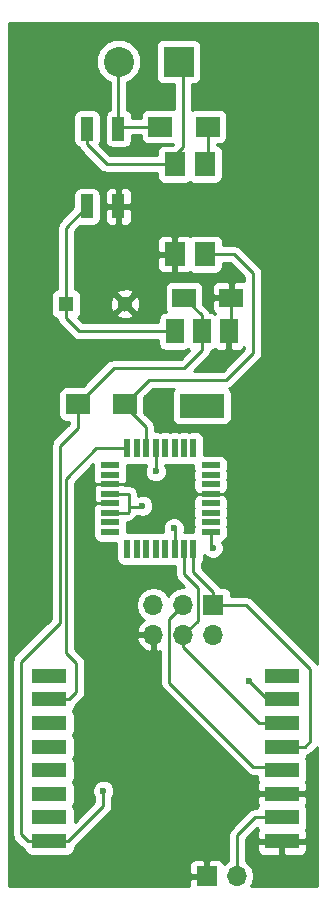
<source format=gtl>
G04 #@! TF.FileFunction,Copper,L1,Top,Signal*
%FSLAX46Y46*%
G04 Gerber Fmt 4.6, Leading zero omitted, Abs format (unit mm)*
G04 Created by KiCad (PCBNEW 4.0.5-e0-6337~49~ubuntu16.04.1) date Tue Feb  7 13:51:03 2017*
%MOMM*%
%LPD*%
G01*
G04 APERTURE LIST*
%ADD10C,0.100000*%
%ADD11R,1.300000X1.300000*%
%ADD12C,1.300000*%
%ADD13R,2.000000X1.600000*%
%ADD14R,1.600000X0.550000*%
%ADD15R,0.550000X1.600000*%
%ADD16R,2.540000X2.540000*%
%ADD17C,2.540000*%
%ADD18R,1.700000X1.700000*%
%ADD19O,1.700000X1.700000*%
%ADD20R,2.000000X1.700000*%
%ADD21R,1.780000X2.000000*%
%ADD22R,3.800000X2.000000*%
%ADD23R,1.500000X2.000000*%
%ADD24R,3.000000X1.200000*%
%ADD25R,1.000000X2.000000*%
%ADD26C,0.600000*%
%ADD27C,0.250000*%
%ADD28C,0.254000*%
G04 APERTURE END LIST*
D10*
D11*
X164850000Y-77375000D03*
D12*
X169850000Y-77375000D03*
D13*
X174850000Y-76875000D03*
X178850000Y-76875000D03*
D14*
X168600000Y-91075000D03*
X168600000Y-91875000D03*
X168600000Y-92675000D03*
X168600000Y-93475000D03*
X168600000Y-94275000D03*
X168600000Y-95075000D03*
X168600000Y-95875000D03*
X168600000Y-96675000D03*
D15*
X170050000Y-98125000D03*
X170850000Y-98125000D03*
X171650000Y-98125000D03*
X172450000Y-98125000D03*
X173250000Y-98125000D03*
X174050000Y-98125000D03*
X174850000Y-98125000D03*
X175650000Y-98125000D03*
D14*
X177100000Y-96675000D03*
X177100000Y-95875000D03*
X177100000Y-95075000D03*
X177100000Y-94275000D03*
X177100000Y-93475000D03*
X177100000Y-92675000D03*
X177100000Y-91875000D03*
X177100000Y-91075000D03*
D15*
X175650000Y-89625000D03*
X174850000Y-89625000D03*
X174050000Y-89625000D03*
X173250000Y-89625000D03*
X172450000Y-89625000D03*
X171650000Y-89625000D03*
X170850000Y-89625000D03*
X170050000Y-89625000D03*
D16*
X174390000Y-56875000D03*
D17*
X169310000Y-56875000D03*
D18*
X177350000Y-102875000D03*
D19*
X177350000Y-105415000D03*
X174810000Y-102875000D03*
X174810000Y-105415000D03*
X172270000Y-102875000D03*
X172270000Y-105415000D03*
D20*
X176850000Y-62375000D03*
X172850000Y-62375000D03*
X165850000Y-85875000D03*
X169850000Y-85875000D03*
D21*
X176620000Y-65565000D03*
X174080000Y-73185000D03*
X174080000Y-65565000D03*
X176620000Y-73185000D03*
D22*
X176350000Y-86025000D03*
D23*
X176350000Y-79725000D03*
X174050000Y-79725000D03*
X178650000Y-79725000D03*
D24*
X163450000Y-108875000D03*
X163450000Y-110875000D03*
X163450000Y-112875000D03*
X163450000Y-114875000D03*
X163450000Y-116875000D03*
X163450000Y-118875000D03*
X163450000Y-120875000D03*
X163450000Y-122875000D03*
X183150000Y-122875000D03*
X183150000Y-120875000D03*
X183150000Y-118875000D03*
X183150000Y-116875000D03*
X183150000Y-114875000D03*
X183150000Y-112875000D03*
X183150000Y-110875000D03*
X183150000Y-108875000D03*
D25*
X169306240Y-62544960D03*
X166636700Y-62544960D03*
X169306240Y-69146420D03*
X166636700Y-69146420D03*
D18*
X176784000Y-125857000D03*
D19*
X179324000Y-125857000D03*
D26*
X168021000Y-118618000D03*
X171323000Y-94488000D03*
X173990000Y-96393000D03*
X180340000Y-109347000D03*
X177292000Y-98044000D03*
X172466000Y-91567000D03*
D27*
X168600000Y-94275000D02*
X167345000Y-94275000D01*
X167294000Y-92675000D02*
X168600000Y-92675000D01*
X167259000Y-92710000D02*
X167294000Y-92675000D01*
X167259000Y-94189000D02*
X167259000Y-92710000D01*
X167345000Y-94275000D02*
X167259000Y-94189000D01*
X177100000Y-93475000D02*
X172723000Y-93475000D01*
X171923000Y-92675000D02*
X168600000Y-92675000D01*
X172723000Y-93475000D02*
X171923000Y-92675000D01*
X178850000Y-76875000D02*
X178850000Y-79525000D01*
X178850000Y-79525000D02*
X178650000Y-79725000D01*
X177100000Y-93475000D02*
X179250000Y-93475000D01*
X174080000Y-71645000D02*
X174080000Y-73185000D01*
X174850000Y-70875000D02*
X174080000Y-71645000D01*
X180350000Y-70875000D02*
X174850000Y-70875000D01*
X183350000Y-73875000D02*
X180350000Y-70875000D01*
X183350000Y-89375000D02*
X183350000Y-73875000D01*
X179250000Y-93475000D02*
X183350000Y-89375000D01*
X163450000Y-122875000D02*
X165034000Y-122875000D01*
X168021000Y-119888000D02*
X168021000Y-118618000D01*
X165034000Y-122875000D02*
X168021000Y-119888000D01*
X165850000Y-85875000D02*
X165850000Y-87896000D01*
X164338000Y-89408000D02*
X164338000Y-104394000D01*
X165850000Y-87896000D02*
X164338000Y-89408000D01*
X176350000Y-79725000D02*
X176350000Y-78375000D01*
X176350000Y-78375000D02*
X174850000Y-76875000D01*
X165850000Y-85875000D02*
X165850000Y-85864000D01*
X165850000Y-85864000D02*
X168910000Y-82804000D01*
X176350000Y-81333000D02*
X176350000Y-79725000D01*
X174879000Y-82804000D02*
X176350000Y-81333000D01*
X168910000Y-82804000D02*
X174879000Y-82804000D01*
X161610000Y-122875000D02*
X163450000Y-122875000D01*
X161036000Y-122301000D02*
X161610000Y-122875000D01*
X161036000Y-107696000D02*
X161036000Y-122301000D01*
X164338000Y-104394000D02*
X161036000Y-107696000D01*
X171196000Y-94615000D02*
X170180000Y-94615000D01*
X171323000Y-94488000D02*
X171196000Y-94615000D01*
X168600000Y-93475000D02*
X170183000Y-93475000D01*
X170183000Y-93475000D02*
X170180000Y-93478000D01*
X170180000Y-93478000D02*
X170180000Y-94615000D01*
X170101000Y-95075000D02*
X168600000Y-95075000D01*
X170180000Y-94615000D02*
X170180000Y-94996000D01*
X170180000Y-94996000D02*
X170101000Y-95075000D01*
X176850000Y-62375000D02*
X176850000Y-65335000D01*
X176850000Y-65335000D02*
X176620000Y-65565000D01*
X174050000Y-96453000D02*
X174050000Y-98125000D01*
X173990000Y-96393000D02*
X174050000Y-96453000D01*
X183150000Y-110875000D02*
X181868000Y-110875000D01*
X181868000Y-110875000D02*
X180340000Y-109347000D01*
X174117000Y-98192000D02*
X174050000Y-98125000D01*
X183150000Y-112875000D02*
X181201000Y-112875000D01*
X181201000Y-112875000D02*
X174810000Y-106484000D01*
X174850000Y-98125000D02*
X174850000Y-100301000D01*
X176022000Y-104203000D02*
X174810000Y-105415000D01*
X176022000Y-101473000D02*
X176022000Y-104203000D01*
X174850000Y-100301000D02*
X176022000Y-101473000D01*
X174810000Y-106484000D02*
X174810000Y-105415000D01*
X177350000Y-102875000D02*
X177350000Y-101785000D01*
X175650000Y-100085000D02*
X175650000Y-98125000D01*
X177350000Y-101785000D02*
X175650000Y-100085000D01*
X185547000Y-108839000D02*
X185547000Y-108331000D01*
X178689000Y-102870000D02*
X178689000Y-102875000D01*
X180086000Y-102870000D02*
X178689000Y-102870000D01*
X185547000Y-108331000D02*
X180086000Y-102870000D01*
X175650000Y-98125000D02*
X175650000Y-98815000D01*
X183150000Y-114875000D02*
X185099000Y-114875000D01*
X178689000Y-102875000D02*
X177350000Y-102875000D01*
X185547000Y-114427000D02*
X185547000Y-108839000D01*
X185099000Y-114875000D02*
X185547000Y-114427000D01*
X177482500Y-113347500D02*
X180721000Y-116586000D01*
X180721000Y-116586000D02*
X182861000Y-116586000D01*
X182861000Y-116586000D02*
X183150000Y-116875000D01*
X183150000Y-116875000D02*
X181772000Y-116875000D01*
X177482500Y-113347500D02*
X173609000Y-109474000D01*
X177100000Y-97852000D02*
X177100000Y-96675000D01*
X177292000Y-98044000D02*
X177100000Y-97852000D01*
X173609000Y-104076000D02*
X174810000Y-102875000D01*
X173609000Y-109474000D02*
X173609000Y-104076000D01*
X172450000Y-91551000D02*
X172450000Y-89625000D01*
X172466000Y-91567000D02*
X172450000Y-91551000D01*
X165735000Y-108712000D02*
X165735000Y-107823000D01*
X167423000Y-89625000D02*
X170050000Y-89625000D01*
X164846000Y-92202000D02*
X167423000Y-89625000D01*
X164846000Y-106934000D02*
X164846000Y-92202000D01*
X165735000Y-107823000D02*
X164846000Y-106934000D01*
X163450000Y-110875000D02*
X165096000Y-110875000D01*
X165735000Y-110236000D02*
X165735000Y-109855000D01*
X165096000Y-110875000D02*
X165735000Y-110236000D01*
X165735000Y-108712000D02*
X165735000Y-109855000D01*
X164850000Y-77375000D02*
X164850000Y-70933120D01*
X164850000Y-70933120D02*
X166636700Y-69146420D01*
X174050000Y-79725000D02*
X165958000Y-79725000D01*
X164850000Y-78617000D02*
X164850000Y-77375000D01*
X165958000Y-79725000D02*
X164850000Y-78617000D01*
X169306240Y-62544960D02*
X169306240Y-56878760D01*
X169306240Y-56878760D02*
X169310000Y-56875000D01*
X172850000Y-62375000D02*
X169476200Y-62375000D01*
X169476200Y-62375000D02*
X169306240Y-62544960D01*
X166636700Y-62544960D02*
X166636700Y-63893700D01*
X168308000Y-65565000D02*
X174080000Y-65565000D01*
X166636700Y-63893700D02*
X168308000Y-65565000D01*
X174080000Y-65565000D02*
X174080000Y-64807000D01*
X174080000Y-64807000D02*
X174752000Y-64135000D01*
X174752000Y-64135000D02*
X174752000Y-57237000D01*
X174752000Y-57237000D02*
X174390000Y-56875000D01*
X169850000Y-85875000D02*
X169850000Y-86030000D01*
X169850000Y-86030000D02*
X171650000Y-87830000D01*
X171650000Y-87830000D02*
X171650000Y-89625000D01*
X176620000Y-73185000D02*
X179103000Y-73185000D01*
X171905000Y-83820000D02*
X169850000Y-85875000D01*
X178435000Y-83820000D02*
X171905000Y-83820000D01*
X180721000Y-81534000D02*
X178435000Y-83820000D01*
X180721000Y-74803000D02*
X180721000Y-81534000D01*
X179103000Y-73185000D02*
X180721000Y-74803000D01*
X179350000Y-125875000D02*
X179350000Y-122375000D01*
X179350000Y-122375000D02*
X180850000Y-120875000D01*
X180850000Y-120875000D02*
X183150000Y-120875000D01*
D28*
G36*
X186140000Y-107876809D02*
X186084401Y-107793599D01*
X180623401Y-102332599D01*
X180376839Y-102167852D01*
X180086000Y-102110000D01*
X178847440Y-102110000D01*
X178847440Y-102025000D01*
X178803162Y-101789683D01*
X178664090Y-101573559D01*
X178451890Y-101428569D01*
X178200000Y-101377560D01*
X177974238Y-101377560D01*
X177887401Y-101247599D01*
X176410000Y-99770198D01*
X176410000Y-99339975D01*
X176521431Y-99176890D01*
X176572440Y-98925000D01*
X176572440Y-98646628D01*
X176761673Y-98836192D01*
X177105201Y-98978838D01*
X177477167Y-98979162D01*
X177820943Y-98837117D01*
X178084192Y-98574327D01*
X178226838Y-98230799D01*
X178227162Y-97858833D01*
X178103347Y-97559178D01*
X178135317Y-97553162D01*
X178351441Y-97414090D01*
X178496431Y-97201890D01*
X178547440Y-96950000D01*
X178547440Y-96400000D01*
X178523056Y-96270411D01*
X178547440Y-96150000D01*
X178547440Y-95600000D01*
X178523056Y-95470411D01*
X178547440Y-95350000D01*
X178547440Y-94800000D01*
X178523056Y-94670411D01*
X178547440Y-94550000D01*
X178547440Y-94000000D01*
X178527550Y-93894295D01*
X178535000Y-93876310D01*
X178535000Y-93760750D01*
X178438599Y-93664349D01*
X178364090Y-93548559D01*
X178256603Y-93475116D01*
X178351441Y-93414090D01*
X178440495Y-93283755D01*
X178535000Y-93189250D01*
X178535000Y-93073690D01*
X178526532Y-93053247D01*
X178547440Y-92950000D01*
X178547440Y-92400000D01*
X178523056Y-92270411D01*
X178547440Y-92150000D01*
X178547440Y-91600000D01*
X178523056Y-91470411D01*
X178547440Y-91350000D01*
X178547440Y-90800000D01*
X178503162Y-90564683D01*
X178364090Y-90348559D01*
X178151890Y-90203569D01*
X177900000Y-90152560D01*
X176572440Y-90152560D01*
X176572440Y-88825000D01*
X176528162Y-88589683D01*
X176389090Y-88373559D01*
X176176890Y-88228569D01*
X175925000Y-88177560D01*
X175375000Y-88177560D01*
X175245411Y-88201944D01*
X175125000Y-88177560D01*
X174575000Y-88177560D01*
X174445411Y-88201944D01*
X174325000Y-88177560D01*
X173775000Y-88177560D01*
X173645411Y-88201944D01*
X173525000Y-88177560D01*
X172975000Y-88177560D01*
X172845411Y-88201944D01*
X172725000Y-88177560D01*
X172410000Y-88177560D01*
X172410000Y-87830000D01*
X172352148Y-87539161D01*
X172352148Y-87539160D01*
X172187401Y-87292599D01*
X171497440Y-86602638D01*
X171497440Y-85302362D01*
X172219802Y-84580000D01*
X173985515Y-84580000D01*
X173853569Y-84773110D01*
X173802560Y-85025000D01*
X173802560Y-87025000D01*
X173846838Y-87260317D01*
X173985910Y-87476441D01*
X174198110Y-87621431D01*
X174450000Y-87672440D01*
X178250000Y-87672440D01*
X178485317Y-87628162D01*
X178701441Y-87489090D01*
X178846431Y-87276890D01*
X178897440Y-87025000D01*
X178897440Y-85025000D01*
X178853162Y-84789683D01*
X178714090Y-84573559D01*
X178658462Y-84535550D01*
X178725839Y-84522148D01*
X178972401Y-84357401D01*
X181258401Y-82071401D01*
X181423148Y-81824840D01*
X181481000Y-81534000D01*
X181481000Y-74803000D01*
X181423148Y-74512161D01*
X181258401Y-74265599D01*
X179640401Y-72647599D01*
X179393839Y-72482852D01*
X179103000Y-72425000D01*
X178157440Y-72425000D01*
X178157440Y-72185000D01*
X178113162Y-71949683D01*
X177974090Y-71733559D01*
X177761890Y-71588569D01*
X177510000Y-71537560D01*
X175730000Y-71537560D01*
X175494683Y-71581838D01*
X175354846Y-71671820D01*
X175329699Y-71646673D01*
X175096310Y-71550000D01*
X174365750Y-71550000D01*
X174207000Y-71708750D01*
X174207000Y-73058000D01*
X174227000Y-73058000D01*
X174227000Y-73312000D01*
X174207000Y-73312000D01*
X174207000Y-74661250D01*
X174365750Y-74820000D01*
X175096310Y-74820000D01*
X175329699Y-74723327D01*
X175355423Y-74697603D01*
X175478110Y-74781431D01*
X175730000Y-74832440D01*
X177510000Y-74832440D01*
X177745317Y-74788162D01*
X177961441Y-74649090D01*
X178106431Y-74436890D01*
X178157440Y-74185000D01*
X178157440Y-73945000D01*
X178788198Y-73945000D01*
X179961000Y-75117802D01*
X179961000Y-75440000D01*
X179135750Y-75440000D01*
X178977000Y-75598750D01*
X178977000Y-76748000D01*
X178997000Y-76748000D01*
X178997000Y-77002000D01*
X178977000Y-77002000D01*
X178977000Y-77022000D01*
X178723000Y-77022000D01*
X178723000Y-77002000D01*
X177373750Y-77002000D01*
X177215000Y-77160750D01*
X177215000Y-77801310D01*
X177311673Y-78034699D01*
X177490302Y-78213327D01*
X177506810Y-78220165D01*
X177498340Y-78228634D01*
X177351890Y-78128569D01*
X177100000Y-78077560D01*
X177047738Y-78077560D01*
X176887401Y-77837599D01*
X176497440Y-77447638D01*
X176497440Y-76075000D01*
X176473674Y-75948690D01*
X177215000Y-75948690D01*
X177215000Y-76589250D01*
X177373750Y-76748000D01*
X178723000Y-76748000D01*
X178723000Y-75598750D01*
X178564250Y-75440000D01*
X177723691Y-75440000D01*
X177490302Y-75536673D01*
X177311673Y-75715301D01*
X177215000Y-75948690D01*
X176473674Y-75948690D01*
X176453162Y-75839683D01*
X176314090Y-75623559D01*
X176101890Y-75478569D01*
X175850000Y-75427560D01*
X173850000Y-75427560D01*
X173614683Y-75471838D01*
X173398559Y-75610910D01*
X173253569Y-75823110D01*
X173202560Y-76075000D01*
X173202560Y-77675000D01*
X173246838Y-77910317D01*
X173354456Y-78077560D01*
X173300000Y-78077560D01*
X173064683Y-78121838D01*
X172848559Y-78260910D01*
X172703569Y-78473110D01*
X172652560Y-78725000D01*
X172652560Y-78965000D01*
X166272802Y-78965000D01*
X165857403Y-78549601D01*
X165951441Y-78489090D01*
X166096431Y-78276890D01*
X166097012Y-78274016D01*
X169130590Y-78274016D01*
X169186271Y-78504611D01*
X169669078Y-78672622D01*
X170179428Y-78643083D01*
X170513729Y-78504611D01*
X170569410Y-78274016D01*
X169850000Y-77554605D01*
X169130590Y-78274016D01*
X166097012Y-78274016D01*
X166147440Y-78025000D01*
X166147440Y-77194078D01*
X168552378Y-77194078D01*
X168581917Y-77704428D01*
X168720389Y-78038729D01*
X168950984Y-78094410D01*
X169670395Y-77375000D01*
X170029605Y-77375000D01*
X170749016Y-78094410D01*
X170979611Y-78038729D01*
X171147622Y-77555922D01*
X171118083Y-77045572D01*
X170979611Y-76711271D01*
X170749016Y-76655590D01*
X170029605Y-77375000D01*
X169670395Y-77375000D01*
X168950984Y-76655590D01*
X168720389Y-76711271D01*
X168552378Y-77194078D01*
X166147440Y-77194078D01*
X166147440Y-76725000D01*
X166103162Y-76489683D01*
X166094347Y-76475984D01*
X169130590Y-76475984D01*
X169850000Y-77195395D01*
X170569410Y-76475984D01*
X170513729Y-76245389D01*
X170030922Y-76077378D01*
X169520572Y-76106917D01*
X169186271Y-76245389D01*
X169130590Y-76475984D01*
X166094347Y-76475984D01*
X165964090Y-76273559D01*
X165751890Y-76128569D01*
X165610000Y-76099836D01*
X165610000Y-73470750D01*
X172555000Y-73470750D01*
X172555000Y-74311309D01*
X172651673Y-74544698D01*
X172830301Y-74723327D01*
X173063690Y-74820000D01*
X173794250Y-74820000D01*
X173953000Y-74661250D01*
X173953000Y-73312000D01*
X172713750Y-73312000D01*
X172555000Y-73470750D01*
X165610000Y-73470750D01*
X165610000Y-72058691D01*
X172555000Y-72058691D01*
X172555000Y-72899250D01*
X172713750Y-73058000D01*
X173953000Y-73058000D01*
X173953000Y-71708750D01*
X173794250Y-71550000D01*
X173063690Y-71550000D01*
X172830301Y-71646673D01*
X172651673Y-71825302D01*
X172555000Y-72058691D01*
X165610000Y-72058691D01*
X165610000Y-71247922D01*
X166076294Y-70781628D01*
X166136700Y-70793860D01*
X167136700Y-70793860D01*
X167372017Y-70749582D01*
X167588141Y-70610510D01*
X167733131Y-70398310D01*
X167784140Y-70146420D01*
X167784140Y-69432170D01*
X168171240Y-69432170D01*
X168171240Y-70272730D01*
X168267913Y-70506119D01*
X168446542Y-70684747D01*
X168679931Y-70781420D01*
X169020490Y-70781420D01*
X169179240Y-70622670D01*
X169179240Y-69273420D01*
X169433240Y-69273420D01*
X169433240Y-70622670D01*
X169591990Y-70781420D01*
X169932549Y-70781420D01*
X170165938Y-70684747D01*
X170344567Y-70506119D01*
X170441240Y-70272730D01*
X170441240Y-69432170D01*
X170282490Y-69273420D01*
X169433240Y-69273420D01*
X169179240Y-69273420D01*
X168329990Y-69273420D01*
X168171240Y-69432170D01*
X167784140Y-69432170D01*
X167784140Y-68146420D01*
X167760374Y-68020110D01*
X168171240Y-68020110D01*
X168171240Y-68860670D01*
X168329990Y-69019420D01*
X169179240Y-69019420D01*
X169179240Y-67670170D01*
X169433240Y-67670170D01*
X169433240Y-69019420D01*
X170282490Y-69019420D01*
X170441240Y-68860670D01*
X170441240Y-68020110D01*
X170344567Y-67786721D01*
X170165938Y-67608093D01*
X169932549Y-67511420D01*
X169591990Y-67511420D01*
X169433240Y-67670170D01*
X169179240Y-67670170D01*
X169020490Y-67511420D01*
X168679931Y-67511420D01*
X168446542Y-67608093D01*
X168267913Y-67786721D01*
X168171240Y-68020110D01*
X167760374Y-68020110D01*
X167739862Y-67911103D01*
X167600790Y-67694979D01*
X167388590Y-67549989D01*
X167136700Y-67498980D01*
X166136700Y-67498980D01*
X165901383Y-67543258D01*
X165685259Y-67682330D01*
X165540269Y-67894530D01*
X165489260Y-68146420D01*
X165489260Y-69219058D01*
X164312599Y-70395719D01*
X164147852Y-70642281D01*
X164090000Y-70933120D01*
X164090000Y-76098258D01*
X163964683Y-76121838D01*
X163748559Y-76260910D01*
X163603569Y-76473110D01*
X163552560Y-76725000D01*
X163552560Y-78025000D01*
X163596838Y-78260317D01*
X163735910Y-78476441D01*
X163948110Y-78621431D01*
X164096874Y-78651556D01*
X164147852Y-78907839D01*
X164312599Y-79154401D01*
X165420599Y-80262401D01*
X165667161Y-80427148D01*
X165958000Y-80485000D01*
X172652560Y-80485000D01*
X172652560Y-80725000D01*
X172696838Y-80960317D01*
X172835910Y-81176441D01*
X173048110Y-81321431D01*
X173300000Y-81372440D01*
X174800000Y-81372440D01*
X175035317Y-81328162D01*
X175201477Y-81221241D01*
X175311667Y-81296531D01*
X174564198Y-82044000D01*
X168910000Y-82044000D01*
X168619161Y-82101852D01*
X168372599Y-82266598D01*
X166261638Y-84377560D01*
X164850000Y-84377560D01*
X164614683Y-84421838D01*
X164398559Y-84560910D01*
X164253569Y-84773110D01*
X164202560Y-85025000D01*
X164202560Y-86725000D01*
X164246838Y-86960317D01*
X164385910Y-87176441D01*
X164598110Y-87321431D01*
X164850000Y-87372440D01*
X165090000Y-87372440D01*
X165090000Y-87581198D01*
X163800599Y-88870599D01*
X163635852Y-89117161D01*
X163578000Y-89408000D01*
X163578000Y-104079198D01*
X160498599Y-107158599D01*
X160333852Y-107405161D01*
X160276000Y-107696000D01*
X160276000Y-122301000D01*
X160333852Y-122591839D01*
X160498599Y-122838401D01*
X161072599Y-123412401D01*
X161319161Y-123577148D01*
X161321882Y-123577689D01*
X161346838Y-123710317D01*
X161485910Y-123926441D01*
X161698110Y-124071431D01*
X161950000Y-124122440D01*
X164950000Y-124122440D01*
X165185317Y-124078162D01*
X165401441Y-123939090D01*
X165546431Y-123726890D01*
X165597440Y-123475000D01*
X165597440Y-123386362D01*
X168558401Y-120425401D01*
X168723148Y-120178839D01*
X168781000Y-119888000D01*
X168781000Y-119180463D01*
X168813192Y-119148327D01*
X168955838Y-118804799D01*
X168956162Y-118432833D01*
X168814117Y-118089057D01*
X168551327Y-117825808D01*
X168207799Y-117683162D01*
X167835833Y-117682838D01*
X167492057Y-117824883D01*
X167228808Y-118087673D01*
X167086162Y-118431201D01*
X167085838Y-118803167D01*
X167227883Y-119146943D01*
X167261000Y-119180118D01*
X167261000Y-119573198D01*
X165597440Y-121236758D01*
X165597440Y-120275000D01*
X165553162Y-120039683D01*
X165446241Y-119873523D01*
X165546431Y-119726890D01*
X165597440Y-119475000D01*
X165597440Y-118275000D01*
X165553162Y-118039683D01*
X165446241Y-117873523D01*
X165546431Y-117726890D01*
X165597440Y-117475000D01*
X165597440Y-116275000D01*
X165553162Y-116039683D01*
X165446241Y-115873523D01*
X165546431Y-115726890D01*
X165597440Y-115475000D01*
X165597440Y-114275000D01*
X165553162Y-114039683D01*
X165446241Y-113873523D01*
X165546431Y-113726890D01*
X165597440Y-113475000D01*
X165597440Y-112275000D01*
X165553162Y-112039683D01*
X165446241Y-111873523D01*
X165546431Y-111726890D01*
X165597440Y-111475000D01*
X165597440Y-111436429D01*
X165633401Y-111412401D01*
X166272401Y-110773401D01*
X166437148Y-110526840D01*
X166446746Y-110478586D01*
X166495000Y-110236000D01*
X166495000Y-107823000D01*
X166437148Y-107532161D01*
X166272401Y-107285599D01*
X165606000Y-106619198D01*
X165606000Y-105771892D01*
X170828514Y-105771892D01*
X171074817Y-106296358D01*
X171503076Y-106686645D01*
X171913110Y-106856476D01*
X172143000Y-106735155D01*
X172143000Y-105542000D01*
X170949181Y-105542000D01*
X170828514Y-105771892D01*
X165606000Y-105771892D01*
X165606000Y-92516802D01*
X167152560Y-90970242D01*
X167152560Y-91350000D01*
X167176944Y-91479589D01*
X167152560Y-91600000D01*
X167152560Y-92150000D01*
X167172450Y-92255705D01*
X167165000Y-92273690D01*
X167165000Y-92389250D01*
X167261401Y-92485651D01*
X167335910Y-92601441D01*
X167443397Y-92674884D01*
X167348559Y-92735910D01*
X167259505Y-92866245D01*
X167165000Y-92960750D01*
X167165000Y-93076310D01*
X167173468Y-93096753D01*
X167152560Y-93200000D01*
X167152560Y-93750000D01*
X167172450Y-93855705D01*
X167165000Y-93873690D01*
X167165000Y-93989250D01*
X167261401Y-94085651D01*
X167335910Y-94201441D01*
X167443397Y-94274884D01*
X167348559Y-94335910D01*
X167259505Y-94466245D01*
X167165000Y-94560750D01*
X167165000Y-94676310D01*
X167173468Y-94696753D01*
X167152560Y-94800000D01*
X167152560Y-95350000D01*
X167176944Y-95479589D01*
X167152560Y-95600000D01*
X167152560Y-96150000D01*
X167176944Y-96279589D01*
X167152560Y-96400000D01*
X167152560Y-96950000D01*
X167196838Y-97185317D01*
X167335910Y-97401441D01*
X167548110Y-97546431D01*
X167800000Y-97597440D01*
X169127560Y-97597440D01*
X169127560Y-98925000D01*
X169171838Y-99160317D01*
X169310910Y-99376441D01*
X169523110Y-99521431D01*
X169775000Y-99572440D01*
X170325000Y-99572440D01*
X170454589Y-99548056D01*
X170575000Y-99572440D01*
X171125000Y-99572440D01*
X171254589Y-99548056D01*
X171375000Y-99572440D01*
X171925000Y-99572440D01*
X172054589Y-99548056D01*
X172175000Y-99572440D01*
X172725000Y-99572440D01*
X172854589Y-99548056D01*
X172975000Y-99572440D01*
X173525000Y-99572440D01*
X173654589Y-99548056D01*
X173775000Y-99572440D01*
X174090000Y-99572440D01*
X174090000Y-100301000D01*
X174147852Y-100591839D01*
X174312599Y-100838401D01*
X174841339Y-101367141D01*
X174810000Y-101360907D01*
X174241715Y-101473946D01*
X173759946Y-101795853D01*
X173540000Y-102125026D01*
X173320054Y-101795853D01*
X172838285Y-101473946D01*
X172270000Y-101360907D01*
X171701715Y-101473946D01*
X171219946Y-101795853D01*
X170898039Y-102277622D01*
X170785000Y-102845907D01*
X170785000Y-102904093D01*
X170898039Y-103472378D01*
X171219946Y-103954147D01*
X171503101Y-104143345D01*
X171503076Y-104143355D01*
X171074817Y-104533642D01*
X170828514Y-105058108D01*
X170949181Y-105288000D01*
X172143000Y-105288000D01*
X172143000Y-105268000D01*
X172397000Y-105268000D01*
X172397000Y-105288000D01*
X172417000Y-105288000D01*
X172417000Y-105542000D01*
X172397000Y-105542000D01*
X172397000Y-106735155D01*
X172626890Y-106856476D01*
X172849000Y-106764481D01*
X172849000Y-109474000D01*
X172906852Y-109764839D01*
X173071599Y-110011401D01*
X180183599Y-117123401D01*
X180430161Y-117288148D01*
X180721000Y-117346000D01*
X181002560Y-117346000D01*
X181002560Y-117475000D01*
X181046838Y-117710317D01*
X181152482Y-117874492D01*
X181111673Y-117915301D01*
X181015000Y-118148690D01*
X181015000Y-118589250D01*
X181173750Y-118748000D01*
X183023000Y-118748000D01*
X183023000Y-118728000D01*
X183277000Y-118728000D01*
X183277000Y-118748000D01*
X185126250Y-118748000D01*
X185285000Y-118589250D01*
X185285000Y-118148690D01*
X185188327Y-117915301D01*
X185146366Y-117873340D01*
X185246431Y-117726890D01*
X185297440Y-117475000D01*
X185297440Y-116275000D01*
X185253162Y-116039683D01*
X185146241Y-115873523D01*
X185246431Y-115726890D01*
X185272008Y-115600586D01*
X185389839Y-115577148D01*
X185636401Y-115412401D01*
X186084401Y-114964401D01*
X186140000Y-114881191D01*
X186140000Y-126665000D01*
X180555228Y-126665000D01*
X180695961Y-126454378D01*
X180809000Y-125886093D01*
X180809000Y-125827907D01*
X180695961Y-125259622D01*
X180374054Y-124777853D01*
X180110000Y-124601418D01*
X180110000Y-123160750D01*
X181015000Y-123160750D01*
X181015000Y-123601310D01*
X181111673Y-123834699D01*
X181290302Y-124013327D01*
X181523691Y-124110000D01*
X182864250Y-124110000D01*
X183023000Y-123951250D01*
X183023000Y-123002000D01*
X183277000Y-123002000D01*
X183277000Y-123951250D01*
X183435750Y-124110000D01*
X184776309Y-124110000D01*
X185009698Y-124013327D01*
X185188327Y-123834699D01*
X185285000Y-123601310D01*
X185285000Y-123160750D01*
X185126250Y-123002000D01*
X183277000Y-123002000D01*
X183023000Y-123002000D01*
X181173750Y-123002000D01*
X181015000Y-123160750D01*
X180110000Y-123160750D01*
X180110000Y-122689802D01*
X181063536Y-121736266D01*
X181152482Y-121874492D01*
X181111673Y-121915301D01*
X181015000Y-122148690D01*
X181015000Y-122589250D01*
X181173750Y-122748000D01*
X183023000Y-122748000D01*
X183023000Y-122728000D01*
X183277000Y-122728000D01*
X183277000Y-122748000D01*
X185126250Y-122748000D01*
X185285000Y-122589250D01*
X185285000Y-122148690D01*
X185188327Y-121915301D01*
X185146366Y-121873340D01*
X185246431Y-121726890D01*
X185297440Y-121475000D01*
X185297440Y-120275000D01*
X185253162Y-120039683D01*
X185147518Y-119875508D01*
X185188327Y-119834699D01*
X185285000Y-119601310D01*
X185285000Y-119160750D01*
X185126250Y-119002000D01*
X183277000Y-119002000D01*
X183277000Y-119022000D01*
X183023000Y-119022000D01*
X183023000Y-119002000D01*
X181173750Y-119002000D01*
X181015000Y-119160750D01*
X181015000Y-119601310D01*
X181111673Y-119834699D01*
X181153634Y-119876660D01*
X181053569Y-120023110D01*
X181034961Y-120115000D01*
X180850000Y-120115000D01*
X180559160Y-120172852D01*
X180312599Y-120337599D01*
X178812599Y-121837599D01*
X178647852Y-122084161D01*
X178590000Y-122375000D01*
X178590000Y-124566673D01*
X178273946Y-124777853D01*
X178244597Y-124821777D01*
X178172327Y-124647302D01*
X177993699Y-124468673D01*
X177760310Y-124372000D01*
X177069750Y-124372000D01*
X176911000Y-124530750D01*
X176911000Y-125730000D01*
X176931000Y-125730000D01*
X176931000Y-125984000D01*
X176911000Y-125984000D01*
X176911000Y-126004000D01*
X176657000Y-126004000D01*
X176657000Y-125984000D01*
X175457750Y-125984000D01*
X175299000Y-126142750D01*
X175299000Y-126665000D01*
X160060000Y-126665000D01*
X160060000Y-124880691D01*
X175299000Y-124880691D01*
X175299000Y-125571250D01*
X175457750Y-125730000D01*
X176657000Y-125730000D01*
X176657000Y-124530750D01*
X176498250Y-124372000D01*
X175807690Y-124372000D01*
X175574301Y-124468673D01*
X175395673Y-124647302D01*
X175299000Y-124880691D01*
X160060000Y-124880691D01*
X160060000Y-61544960D01*
X165489260Y-61544960D01*
X165489260Y-63544960D01*
X165533538Y-63780277D01*
X165672610Y-63996401D01*
X165884810Y-64141391D01*
X165927697Y-64150076D01*
X165934552Y-64184539D01*
X166099299Y-64431101D01*
X167770599Y-66102401D01*
X168017161Y-66267148D01*
X168308000Y-66325000D01*
X172542560Y-66325000D01*
X172542560Y-66565000D01*
X172586838Y-66800317D01*
X172725910Y-67016441D01*
X172938110Y-67161431D01*
X173190000Y-67212440D01*
X174970000Y-67212440D01*
X175205317Y-67168162D01*
X175350877Y-67074497D01*
X175478110Y-67161431D01*
X175730000Y-67212440D01*
X177510000Y-67212440D01*
X177745317Y-67168162D01*
X177961441Y-67029090D01*
X178106431Y-66816890D01*
X178157440Y-66565000D01*
X178157440Y-64565000D01*
X178113162Y-64329683D01*
X177974090Y-64113559D01*
X177761890Y-63968569D01*
X177610000Y-63937811D01*
X177610000Y-63872440D01*
X177850000Y-63872440D01*
X178085317Y-63828162D01*
X178301441Y-63689090D01*
X178446431Y-63476890D01*
X178497440Y-63225000D01*
X178497440Y-61525000D01*
X178453162Y-61289683D01*
X178314090Y-61073559D01*
X178101890Y-60928569D01*
X177850000Y-60877560D01*
X175850000Y-60877560D01*
X175614683Y-60921838D01*
X175512000Y-60987913D01*
X175512000Y-58792440D01*
X175660000Y-58792440D01*
X175895317Y-58748162D01*
X176111441Y-58609090D01*
X176256431Y-58396890D01*
X176307440Y-58145000D01*
X176307440Y-55605000D01*
X176263162Y-55369683D01*
X176124090Y-55153559D01*
X175911890Y-55008569D01*
X175660000Y-54957560D01*
X173120000Y-54957560D01*
X172884683Y-55001838D01*
X172668559Y-55140910D01*
X172523569Y-55353110D01*
X172472560Y-55605000D01*
X172472560Y-58145000D01*
X172516838Y-58380317D01*
X172655910Y-58596441D01*
X172868110Y-58741431D01*
X173120000Y-58792440D01*
X173992000Y-58792440D01*
X173992000Y-60906316D01*
X173850000Y-60877560D01*
X171850000Y-60877560D01*
X171614683Y-60921838D01*
X171398559Y-61060910D01*
X171253569Y-61273110D01*
X171202560Y-61525000D01*
X171202560Y-61615000D01*
X170453680Y-61615000D01*
X170453680Y-61544960D01*
X170409402Y-61309643D01*
X170270330Y-61093519D01*
X170066240Y-60954070D01*
X170066240Y-58623741D01*
X170387686Y-58490922D01*
X170924039Y-57955505D01*
X171214668Y-57255590D01*
X171215330Y-56497735D01*
X170925922Y-55797314D01*
X170390505Y-55260961D01*
X169690590Y-54970332D01*
X168932735Y-54969670D01*
X168232314Y-55259078D01*
X167695961Y-55794495D01*
X167405332Y-56494410D01*
X167404670Y-57252265D01*
X167694078Y-57952686D01*
X168229495Y-58489039D01*
X168546240Y-58620563D01*
X168546240Y-60957681D01*
X168354799Y-61080870D01*
X168209809Y-61293070D01*
X168158800Y-61544960D01*
X168158800Y-63544960D01*
X168203078Y-63780277D01*
X168342150Y-63996401D01*
X168554350Y-64141391D01*
X168806240Y-64192400D01*
X169806240Y-64192400D01*
X170041557Y-64148122D01*
X170257681Y-64009050D01*
X170402671Y-63796850D01*
X170453680Y-63544960D01*
X170453680Y-63135000D01*
X171202560Y-63135000D01*
X171202560Y-63225000D01*
X171246838Y-63460317D01*
X171385910Y-63676441D01*
X171598110Y-63821431D01*
X171850000Y-63872440D01*
X173850000Y-63872440D01*
X173960562Y-63851636D01*
X173894638Y-63917560D01*
X173190000Y-63917560D01*
X172954683Y-63961838D01*
X172738559Y-64100910D01*
X172593569Y-64313110D01*
X172542560Y-64565000D01*
X172542560Y-64805000D01*
X168622802Y-64805000D01*
X167685038Y-63867236D01*
X167733131Y-63796850D01*
X167784140Y-63544960D01*
X167784140Y-61544960D01*
X167739862Y-61309643D01*
X167600790Y-61093519D01*
X167388590Y-60948529D01*
X167136700Y-60897520D01*
X166136700Y-60897520D01*
X165901383Y-60941798D01*
X165685259Y-61080870D01*
X165540269Y-61293070D01*
X165489260Y-61544960D01*
X160060000Y-61544960D01*
X160060000Y-53585000D01*
X186140000Y-53585000D01*
X186140000Y-107876809D01*
X186140000Y-107876809D01*
G37*
X186140000Y-107876809D02*
X186084401Y-107793599D01*
X180623401Y-102332599D01*
X180376839Y-102167852D01*
X180086000Y-102110000D01*
X178847440Y-102110000D01*
X178847440Y-102025000D01*
X178803162Y-101789683D01*
X178664090Y-101573559D01*
X178451890Y-101428569D01*
X178200000Y-101377560D01*
X177974238Y-101377560D01*
X177887401Y-101247599D01*
X176410000Y-99770198D01*
X176410000Y-99339975D01*
X176521431Y-99176890D01*
X176572440Y-98925000D01*
X176572440Y-98646628D01*
X176761673Y-98836192D01*
X177105201Y-98978838D01*
X177477167Y-98979162D01*
X177820943Y-98837117D01*
X178084192Y-98574327D01*
X178226838Y-98230799D01*
X178227162Y-97858833D01*
X178103347Y-97559178D01*
X178135317Y-97553162D01*
X178351441Y-97414090D01*
X178496431Y-97201890D01*
X178547440Y-96950000D01*
X178547440Y-96400000D01*
X178523056Y-96270411D01*
X178547440Y-96150000D01*
X178547440Y-95600000D01*
X178523056Y-95470411D01*
X178547440Y-95350000D01*
X178547440Y-94800000D01*
X178523056Y-94670411D01*
X178547440Y-94550000D01*
X178547440Y-94000000D01*
X178527550Y-93894295D01*
X178535000Y-93876310D01*
X178535000Y-93760750D01*
X178438599Y-93664349D01*
X178364090Y-93548559D01*
X178256603Y-93475116D01*
X178351441Y-93414090D01*
X178440495Y-93283755D01*
X178535000Y-93189250D01*
X178535000Y-93073690D01*
X178526532Y-93053247D01*
X178547440Y-92950000D01*
X178547440Y-92400000D01*
X178523056Y-92270411D01*
X178547440Y-92150000D01*
X178547440Y-91600000D01*
X178523056Y-91470411D01*
X178547440Y-91350000D01*
X178547440Y-90800000D01*
X178503162Y-90564683D01*
X178364090Y-90348559D01*
X178151890Y-90203569D01*
X177900000Y-90152560D01*
X176572440Y-90152560D01*
X176572440Y-88825000D01*
X176528162Y-88589683D01*
X176389090Y-88373559D01*
X176176890Y-88228569D01*
X175925000Y-88177560D01*
X175375000Y-88177560D01*
X175245411Y-88201944D01*
X175125000Y-88177560D01*
X174575000Y-88177560D01*
X174445411Y-88201944D01*
X174325000Y-88177560D01*
X173775000Y-88177560D01*
X173645411Y-88201944D01*
X173525000Y-88177560D01*
X172975000Y-88177560D01*
X172845411Y-88201944D01*
X172725000Y-88177560D01*
X172410000Y-88177560D01*
X172410000Y-87830000D01*
X172352148Y-87539161D01*
X172352148Y-87539160D01*
X172187401Y-87292599D01*
X171497440Y-86602638D01*
X171497440Y-85302362D01*
X172219802Y-84580000D01*
X173985515Y-84580000D01*
X173853569Y-84773110D01*
X173802560Y-85025000D01*
X173802560Y-87025000D01*
X173846838Y-87260317D01*
X173985910Y-87476441D01*
X174198110Y-87621431D01*
X174450000Y-87672440D01*
X178250000Y-87672440D01*
X178485317Y-87628162D01*
X178701441Y-87489090D01*
X178846431Y-87276890D01*
X178897440Y-87025000D01*
X178897440Y-85025000D01*
X178853162Y-84789683D01*
X178714090Y-84573559D01*
X178658462Y-84535550D01*
X178725839Y-84522148D01*
X178972401Y-84357401D01*
X181258401Y-82071401D01*
X181423148Y-81824840D01*
X181481000Y-81534000D01*
X181481000Y-74803000D01*
X181423148Y-74512161D01*
X181258401Y-74265599D01*
X179640401Y-72647599D01*
X179393839Y-72482852D01*
X179103000Y-72425000D01*
X178157440Y-72425000D01*
X178157440Y-72185000D01*
X178113162Y-71949683D01*
X177974090Y-71733559D01*
X177761890Y-71588569D01*
X177510000Y-71537560D01*
X175730000Y-71537560D01*
X175494683Y-71581838D01*
X175354846Y-71671820D01*
X175329699Y-71646673D01*
X175096310Y-71550000D01*
X174365750Y-71550000D01*
X174207000Y-71708750D01*
X174207000Y-73058000D01*
X174227000Y-73058000D01*
X174227000Y-73312000D01*
X174207000Y-73312000D01*
X174207000Y-74661250D01*
X174365750Y-74820000D01*
X175096310Y-74820000D01*
X175329699Y-74723327D01*
X175355423Y-74697603D01*
X175478110Y-74781431D01*
X175730000Y-74832440D01*
X177510000Y-74832440D01*
X177745317Y-74788162D01*
X177961441Y-74649090D01*
X178106431Y-74436890D01*
X178157440Y-74185000D01*
X178157440Y-73945000D01*
X178788198Y-73945000D01*
X179961000Y-75117802D01*
X179961000Y-75440000D01*
X179135750Y-75440000D01*
X178977000Y-75598750D01*
X178977000Y-76748000D01*
X178997000Y-76748000D01*
X178997000Y-77002000D01*
X178977000Y-77002000D01*
X178977000Y-77022000D01*
X178723000Y-77022000D01*
X178723000Y-77002000D01*
X177373750Y-77002000D01*
X177215000Y-77160750D01*
X177215000Y-77801310D01*
X177311673Y-78034699D01*
X177490302Y-78213327D01*
X177506810Y-78220165D01*
X177498340Y-78228634D01*
X177351890Y-78128569D01*
X177100000Y-78077560D01*
X177047738Y-78077560D01*
X176887401Y-77837599D01*
X176497440Y-77447638D01*
X176497440Y-76075000D01*
X176473674Y-75948690D01*
X177215000Y-75948690D01*
X177215000Y-76589250D01*
X177373750Y-76748000D01*
X178723000Y-76748000D01*
X178723000Y-75598750D01*
X178564250Y-75440000D01*
X177723691Y-75440000D01*
X177490302Y-75536673D01*
X177311673Y-75715301D01*
X177215000Y-75948690D01*
X176473674Y-75948690D01*
X176453162Y-75839683D01*
X176314090Y-75623559D01*
X176101890Y-75478569D01*
X175850000Y-75427560D01*
X173850000Y-75427560D01*
X173614683Y-75471838D01*
X173398559Y-75610910D01*
X173253569Y-75823110D01*
X173202560Y-76075000D01*
X173202560Y-77675000D01*
X173246838Y-77910317D01*
X173354456Y-78077560D01*
X173300000Y-78077560D01*
X173064683Y-78121838D01*
X172848559Y-78260910D01*
X172703569Y-78473110D01*
X172652560Y-78725000D01*
X172652560Y-78965000D01*
X166272802Y-78965000D01*
X165857403Y-78549601D01*
X165951441Y-78489090D01*
X166096431Y-78276890D01*
X166097012Y-78274016D01*
X169130590Y-78274016D01*
X169186271Y-78504611D01*
X169669078Y-78672622D01*
X170179428Y-78643083D01*
X170513729Y-78504611D01*
X170569410Y-78274016D01*
X169850000Y-77554605D01*
X169130590Y-78274016D01*
X166097012Y-78274016D01*
X166147440Y-78025000D01*
X166147440Y-77194078D01*
X168552378Y-77194078D01*
X168581917Y-77704428D01*
X168720389Y-78038729D01*
X168950984Y-78094410D01*
X169670395Y-77375000D01*
X170029605Y-77375000D01*
X170749016Y-78094410D01*
X170979611Y-78038729D01*
X171147622Y-77555922D01*
X171118083Y-77045572D01*
X170979611Y-76711271D01*
X170749016Y-76655590D01*
X170029605Y-77375000D01*
X169670395Y-77375000D01*
X168950984Y-76655590D01*
X168720389Y-76711271D01*
X168552378Y-77194078D01*
X166147440Y-77194078D01*
X166147440Y-76725000D01*
X166103162Y-76489683D01*
X166094347Y-76475984D01*
X169130590Y-76475984D01*
X169850000Y-77195395D01*
X170569410Y-76475984D01*
X170513729Y-76245389D01*
X170030922Y-76077378D01*
X169520572Y-76106917D01*
X169186271Y-76245389D01*
X169130590Y-76475984D01*
X166094347Y-76475984D01*
X165964090Y-76273559D01*
X165751890Y-76128569D01*
X165610000Y-76099836D01*
X165610000Y-73470750D01*
X172555000Y-73470750D01*
X172555000Y-74311309D01*
X172651673Y-74544698D01*
X172830301Y-74723327D01*
X173063690Y-74820000D01*
X173794250Y-74820000D01*
X173953000Y-74661250D01*
X173953000Y-73312000D01*
X172713750Y-73312000D01*
X172555000Y-73470750D01*
X165610000Y-73470750D01*
X165610000Y-72058691D01*
X172555000Y-72058691D01*
X172555000Y-72899250D01*
X172713750Y-73058000D01*
X173953000Y-73058000D01*
X173953000Y-71708750D01*
X173794250Y-71550000D01*
X173063690Y-71550000D01*
X172830301Y-71646673D01*
X172651673Y-71825302D01*
X172555000Y-72058691D01*
X165610000Y-72058691D01*
X165610000Y-71247922D01*
X166076294Y-70781628D01*
X166136700Y-70793860D01*
X167136700Y-70793860D01*
X167372017Y-70749582D01*
X167588141Y-70610510D01*
X167733131Y-70398310D01*
X167784140Y-70146420D01*
X167784140Y-69432170D01*
X168171240Y-69432170D01*
X168171240Y-70272730D01*
X168267913Y-70506119D01*
X168446542Y-70684747D01*
X168679931Y-70781420D01*
X169020490Y-70781420D01*
X169179240Y-70622670D01*
X169179240Y-69273420D01*
X169433240Y-69273420D01*
X169433240Y-70622670D01*
X169591990Y-70781420D01*
X169932549Y-70781420D01*
X170165938Y-70684747D01*
X170344567Y-70506119D01*
X170441240Y-70272730D01*
X170441240Y-69432170D01*
X170282490Y-69273420D01*
X169433240Y-69273420D01*
X169179240Y-69273420D01*
X168329990Y-69273420D01*
X168171240Y-69432170D01*
X167784140Y-69432170D01*
X167784140Y-68146420D01*
X167760374Y-68020110D01*
X168171240Y-68020110D01*
X168171240Y-68860670D01*
X168329990Y-69019420D01*
X169179240Y-69019420D01*
X169179240Y-67670170D01*
X169433240Y-67670170D01*
X169433240Y-69019420D01*
X170282490Y-69019420D01*
X170441240Y-68860670D01*
X170441240Y-68020110D01*
X170344567Y-67786721D01*
X170165938Y-67608093D01*
X169932549Y-67511420D01*
X169591990Y-67511420D01*
X169433240Y-67670170D01*
X169179240Y-67670170D01*
X169020490Y-67511420D01*
X168679931Y-67511420D01*
X168446542Y-67608093D01*
X168267913Y-67786721D01*
X168171240Y-68020110D01*
X167760374Y-68020110D01*
X167739862Y-67911103D01*
X167600790Y-67694979D01*
X167388590Y-67549989D01*
X167136700Y-67498980D01*
X166136700Y-67498980D01*
X165901383Y-67543258D01*
X165685259Y-67682330D01*
X165540269Y-67894530D01*
X165489260Y-68146420D01*
X165489260Y-69219058D01*
X164312599Y-70395719D01*
X164147852Y-70642281D01*
X164090000Y-70933120D01*
X164090000Y-76098258D01*
X163964683Y-76121838D01*
X163748559Y-76260910D01*
X163603569Y-76473110D01*
X163552560Y-76725000D01*
X163552560Y-78025000D01*
X163596838Y-78260317D01*
X163735910Y-78476441D01*
X163948110Y-78621431D01*
X164096874Y-78651556D01*
X164147852Y-78907839D01*
X164312599Y-79154401D01*
X165420599Y-80262401D01*
X165667161Y-80427148D01*
X165958000Y-80485000D01*
X172652560Y-80485000D01*
X172652560Y-80725000D01*
X172696838Y-80960317D01*
X172835910Y-81176441D01*
X173048110Y-81321431D01*
X173300000Y-81372440D01*
X174800000Y-81372440D01*
X175035317Y-81328162D01*
X175201477Y-81221241D01*
X175311667Y-81296531D01*
X174564198Y-82044000D01*
X168910000Y-82044000D01*
X168619161Y-82101852D01*
X168372599Y-82266598D01*
X166261638Y-84377560D01*
X164850000Y-84377560D01*
X164614683Y-84421838D01*
X164398559Y-84560910D01*
X164253569Y-84773110D01*
X164202560Y-85025000D01*
X164202560Y-86725000D01*
X164246838Y-86960317D01*
X164385910Y-87176441D01*
X164598110Y-87321431D01*
X164850000Y-87372440D01*
X165090000Y-87372440D01*
X165090000Y-87581198D01*
X163800599Y-88870599D01*
X163635852Y-89117161D01*
X163578000Y-89408000D01*
X163578000Y-104079198D01*
X160498599Y-107158599D01*
X160333852Y-107405161D01*
X160276000Y-107696000D01*
X160276000Y-122301000D01*
X160333852Y-122591839D01*
X160498599Y-122838401D01*
X161072599Y-123412401D01*
X161319161Y-123577148D01*
X161321882Y-123577689D01*
X161346838Y-123710317D01*
X161485910Y-123926441D01*
X161698110Y-124071431D01*
X161950000Y-124122440D01*
X164950000Y-124122440D01*
X165185317Y-124078162D01*
X165401441Y-123939090D01*
X165546431Y-123726890D01*
X165597440Y-123475000D01*
X165597440Y-123386362D01*
X168558401Y-120425401D01*
X168723148Y-120178839D01*
X168781000Y-119888000D01*
X168781000Y-119180463D01*
X168813192Y-119148327D01*
X168955838Y-118804799D01*
X168956162Y-118432833D01*
X168814117Y-118089057D01*
X168551327Y-117825808D01*
X168207799Y-117683162D01*
X167835833Y-117682838D01*
X167492057Y-117824883D01*
X167228808Y-118087673D01*
X167086162Y-118431201D01*
X167085838Y-118803167D01*
X167227883Y-119146943D01*
X167261000Y-119180118D01*
X167261000Y-119573198D01*
X165597440Y-121236758D01*
X165597440Y-120275000D01*
X165553162Y-120039683D01*
X165446241Y-119873523D01*
X165546431Y-119726890D01*
X165597440Y-119475000D01*
X165597440Y-118275000D01*
X165553162Y-118039683D01*
X165446241Y-117873523D01*
X165546431Y-117726890D01*
X165597440Y-117475000D01*
X165597440Y-116275000D01*
X165553162Y-116039683D01*
X165446241Y-115873523D01*
X165546431Y-115726890D01*
X165597440Y-115475000D01*
X165597440Y-114275000D01*
X165553162Y-114039683D01*
X165446241Y-113873523D01*
X165546431Y-113726890D01*
X165597440Y-113475000D01*
X165597440Y-112275000D01*
X165553162Y-112039683D01*
X165446241Y-111873523D01*
X165546431Y-111726890D01*
X165597440Y-111475000D01*
X165597440Y-111436429D01*
X165633401Y-111412401D01*
X166272401Y-110773401D01*
X166437148Y-110526840D01*
X166446746Y-110478586D01*
X166495000Y-110236000D01*
X166495000Y-107823000D01*
X166437148Y-107532161D01*
X166272401Y-107285599D01*
X165606000Y-106619198D01*
X165606000Y-105771892D01*
X170828514Y-105771892D01*
X171074817Y-106296358D01*
X171503076Y-106686645D01*
X171913110Y-106856476D01*
X172143000Y-106735155D01*
X172143000Y-105542000D01*
X170949181Y-105542000D01*
X170828514Y-105771892D01*
X165606000Y-105771892D01*
X165606000Y-92516802D01*
X167152560Y-90970242D01*
X167152560Y-91350000D01*
X167176944Y-91479589D01*
X167152560Y-91600000D01*
X167152560Y-92150000D01*
X167172450Y-92255705D01*
X167165000Y-92273690D01*
X167165000Y-92389250D01*
X167261401Y-92485651D01*
X167335910Y-92601441D01*
X167443397Y-92674884D01*
X167348559Y-92735910D01*
X167259505Y-92866245D01*
X167165000Y-92960750D01*
X167165000Y-93076310D01*
X167173468Y-93096753D01*
X167152560Y-93200000D01*
X167152560Y-93750000D01*
X167172450Y-93855705D01*
X167165000Y-93873690D01*
X167165000Y-93989250D01*
X167261401Y-94085651D01*
X167335910Y-94201441D01*
X167443397Y-94274884D01*
X167348559Y-94335910D01*
X167259505Y-94466245D01*
X167165000Y-94560750D01*
X167165000Y-94676310D01*
X167173468Y-94696753D01*
X167152560Y-94800000D01*
X167152560Y-95350000D01*
X167176944Y-95479589D01*
X167152560Y-95600000D01*
X167152560Y-96150000D01*
X167176944Y-96279589D01*
X167152560Y-96400000D01*
X167152560Y-96950000D01*
X167196838Y-97185317D01*
X167335910Y-97401441D01*
X167548110Y-97546431D01*
X167800000Y-97597440D01*
X169127560Y-97597440D01*
X169127560Y-98925000D01*
X169171838Y-99160317D01*
X169310910Y-99376441D01*
X169523110Y-99521431D01*
X169775000Y-99572440D01*
X170325000Y-99572440D01*
X170454589Y-99548056D01*
X170575000Y-99572440D01*
X171125000Y-99572440D01*
X171254589Y-99548056D01*
X171375000Y-99572440D01*
X171925000Y-99572440D01*
X172054589Y-99548056D01*
X172175000Y-99572440D01*
X172725000Y-99572440D01*
X172854589Y-99548056D01*
X172975000Y-99572440D01*
X173525000Y-99572440D01*
X173654589Y-99548056D01*
X173775000Y-99572440D01*
X174090000Y-99572440D01*
X174090000Y-100301000D01*
X174147852Y-100591839D01*
X174312599Y-100838401D01*
X174841339Y-101367141D01*
X174810000Y-101360907D01*
X174241715Y-101473946D01*
X173759946Y-101795853D01*
X173540000Y-102125026D01*
X173320054Y-101795853D01*
X172838285Y-101473946D01*
X172270000Y-101360907D01*
X171701715Y-101473946D01*
X171219946Y-101795853D01*
X170898039Y-102277622D01*
X170785000Y-102845907D01*
X170785000Y-102904093D01*
X170898039Y-103472378D01*
X171219946Y-103954147D01*
X171503101Y-104143345D01*
X171503076Y-104143355D01*
X171074817Y-104533642D01*
X170828514Y-105058108D01*
X170949181Y-105288000D01*
X172143000Y-105288000D01*
X172143000Y-105268000D01*
X172397000Y-105268000D01*
X172397000Y-105288000D01*
X172417000Y-105288000D01*
X172417000Y-105542000D01*
X172397000Y-105542000D01*
X172397000Y-106735155D01*
X172626890Y-106856476D01*
X172849000Y-106764481D01*
X172849000Y-109474000D01*
X172906852Y-109764839D01*
X173071599Y-110011401D01*
X180183599Y-117123401D01*
X180430161Y-117288148D01*
X180721000Y-117346000D01*
X181002560Y-117346000D01*
X181002560Y-117475000D01*
X181046838Y-117710317D01*
X181152482Y-117874492D01*
X181111673Y-117915301D01*
X181015000Y-118148690D01*
X181015000Y-118589250D01*
X181173750Y-118748000D01*
X183023000Y-118748000D01*
X183023000Y-118728000D01*
X183277000Y-118728000D01*
X183277000Y-118748000D01*
X185126250Y-118748000D01*
X185285000Y-118589250D01*
X185285000Y-118148690D01*
X185188327Y-117915301D01*
X185146366Y-117873340D01*
X185246431Y-117726890D01*
X185297440Y-117475000D01*
X185297440Y-116275000D01*
X185253162Y-116039683D01*
X185146241Y-115873523D01*
X185246431Y-115726890D01*
X185272008Y-115600586D01*
X185389839Y-115577148D01*
X185636401Y-115412401D01*
X186084401Y-114964401D01*
X186140000Y-114881191D01*
X186140000Y-126665000D01*
X180555228Y-126665000D01*
X180695961Y-126454378D01*
X180809000Y-125886093D01*
X180809000Y-125827907D01*
X180695961Y-125259622D01*
X180374054Y-124777853D01*
X180110000Y-124601418D01*
X180110000Y-123160750D01*
X181015000Y-123160750D01*
X181015000Y-123601310D01*
X181111673Y-123834699D01*
X181290302Y-124013327D01*
X181523691Y-124110000D01*
X182864250Y-124110000D01*
X183023000Y-123951250D01*
X183023000Y-123002000D01*
X183277000Y-123002000D01*
X183277000Y-123951250D01*
X183435750Y-124110000D01*
X184776309Y-124110000D01*
X185009698Y-124013327D01*
X185188327Y-123834699D01*
X185285000Y-123601310D01*
X185285000Y-123160750D01*
X185126250Y-123002000D01*
X183277000Y-123002000D01*
X183023000Y-123002000D01*
X181173750Y-123002000D01*
X181015000Y-123160750D01*
X180110000Y-123160750D01*
X180110000Y-122689802D01*
X181063536Y-121736266D01*
X181152482Y-121874492D01*
X181111673Y-121915301D01*
X181015000Y-122148690D01*
X181015000Y-122589250D01*
X181173750Y-122748000D01*
X183023000Y-122748000D01*
X183023000Y-122728000D01*
X183277000Y-122728000D01*
X183277000Y-122748000D01*
X185126250Y-122748000D01*
X185285000Y-122589250D01*
X185285000Y-122148690D01*
X185188327Y-121915301D01*
X185146366Y-121873340D01*
X185246431Y-121726890D01*
X185297440Y-121475000D01*
X185297440Y-120275000D01*
X185253162Y-120039683D01*
X185147518Y-119875508D01*
X185188327Y-119834699D01*
X185285000Y-119601310D01*
X185285000Y-119160750D01*
X185126250Y-119002000D01*
X183277000Y-119002000D01*
X183277000Y-119022000D01*
X183023000Y-119022000D01*
X183023000Y-119002000D01*
X181173750Y-119002000D01*
X181015000Y-119160750D01*
X181015000Y-119601310D01*
X181111673Y-119834699D01*
X181153634Y-119876660D01*
X181053569Y-120023110D01*
X181034961Y-120115000D01*
X180850000Y-120115000D01*
X180559160Y-120172852D01*
X180312599Y-120337599D01*
X178812599Y-121837599D01*
X178647852Y-122084161D01*
X178590000Y-122375000D01*
X178590000Y-124566673D01*
X178273946Y-124777853D01*
X178244597Y-124821777D01*
X178172327Y-124647302D01*
X177993699Y-124468673D01*
X177760310Y-124372000D01*
X177069750Y-124372000D01*
X176911000Y-124530750D01*
X176911000Y-125730000D01*
X176931000Y-125730000D01*
X176931000Y-125984000D01*
X176911000Y-125984000D01*
X176911000Y-126004000D01*
X176657000Y-126004000D01*
X176657000Y-125984000D01*
X175457750Y-125984000D01*
X175299000Y-126142750D01*
X175299000Y-126665000D01*
X160060000Y-126665000D01*
X160060000Y-124880691D01*
X175299000Y-124880691D01*
X175299000Y-125571250D01*
X175457750Y-125730000D01*
X176657000Y-125730000D01*
X176657000Y-124530750D01*
X176498250Y-124372000D01*
X175807690Y-124372000D01*
X175574301Y-124468673D01*
X175395673Y-124647302D01*
X175299000Y-124880691D01*
X160060000Y-124880691D01*
X160060000Y-61544960D01*
X165489260Y-61544960D01*
X165489260Y-63544960D01*
X165533538Y-63780277D01*
X165672610Y-63996401D01*
X165884810Y-64141391D01*
X165927697Y-64150076D01*
X165934552Y-64184539D01*
X166099299Y-64431101D01*
X167770599Y-66102401D01*
X168017161Y-66267148D01*
X168308000Y-66325000D01*
X172542560Y-66325000D01*
X172542560Y-66565000D01*
X172586838Y-66800317D01*
X172725910Y-67016441D01*
X172938110Y-67161431D01*
X173190000Y-67212440D01*
X174970000Y-67212440D01*
X175205317Y-67168162D01*
X175350877Y-67074497D01*
X175478110Y-67161431D01*
X175730000Y-67212440D01*
X177510000Y-67212440D01*
X177745317Y-67168162D01*
X177961441Y-67029090D01*
X178106431Y-66816890D01*
X178157440Y-66565000D01*
X178157440Y-64565000D01*
X178113162Y-64329683D01*
X177974090Y-64113559D01*
X177761890Y-63968569D01*
X177610000Y-63937811D01*
X177610000Y-63872440D01*
X177850000Y-63872440D01*
X178085317Y-63828162D01*
X178301441Y-63689090D01*
X178446431Y-63476890D01*
X178497440Y-63225000D01*
X178497440Y-61525000D01*
X178453162Y-61289683D01*
X178314090Y-61073559D01*
X178101890Y-60928569D01*
X177850000Y-60877560D01*
X175850000Y-60877560D01*
X175614683Y-60921838D01*
X175512000Y-60987913D01*
X175512000Y-58792440D01*
X175660000Y-58792440D01*
X175895317Y-58748162D01*
X176111441Y-58609090D01*
X176256431Y-58396890D01*
X176307440Y-58145000D01*
X176307440Y-55605000D01*
X176263162Y-55369683D01*
X176124090Y-55153559D01*
X175911890Y-55008569D01*
X175660000Y-54957560D01*
X173120000Y-54957560D01*
X172884683Y-55001838D01*
X172668559Y-55140910D01*
X172523569Y-55353110D01*
X172472560Y-55605000D01*
X172472560Y-58145000D01*
X172516838Y-58380317D01*
X172655910Y-58596441D01*
X172868110Y-58741431D01*
X173120000Y-58792440D01*
X173992000Y-58792440D01*
X173992000Y-60906316D01*
X173850000Y-60877560D01*
X171850000Y-60877560D01*
X171614683Y-60921838D01*
X171398559Y-61060910D01*
X171253569Y-61273110D01*
X171202560Y-61525000D01*
X171202560Y-61615000D01*
X170453680Y-61615000D01*
X170453680Y-61544960D01*
X170409402Y-61309643D01*
X170270330Y-61093519D01*
X170066240Y-60954070D01*
X170066240Y-58623741D01*
X170387686Y-58490922D01*
X170924039Y-57955505D01*
X171214668Y-57255590D01*
X171215330Y-56497735D01*
X170925922Y-55797314D01*
X170390505Y-55260961D01*
X169690590Y-54970332D01*
X168932735Y-54969670D01*
X168232314Y-55259078D01*
X167695961Y-55794495D01*
X167405332Y-56494410D01*
X167404670Y-57252265D01*
X167694078Y-57952686D01*
X168229495Y-58489039D01*
X168546240Y-58620563D01*
X168546240Y-60957681D01*
X168354799Y-61080870D01*
X168209809Y-61293070D01*
X168158800Y-61544960D01*
X168158800Y-63544960D01*
X168203078Y-63780277D01*
X168342150Y-63996401D01*
X168554350Y-64141391D01*
X168806240Y-64192400D01*
X169806240Y-64192400D01*
X170041557Y-64148122D01*
X170257681Y-64009050D01*
X170402671Y-63796850D01*
X170453680Y-63544960D01*
X170453680Y-63135000D01*
X171202560Y-63135000D01*
X171202560Y-63225000D01*
X171246838Y-63460317D01*
X171385910Y-63676441D01*
X171598110Y-63821431D01*
X171850000Y-63872440D01*
X173850000Y-63872440D01*
X173960562Y-63851636D01*
X173894638Y-63917560D01*
X173190000Y-63917560D01*
X172954683Y-63961838D01*
X172738559Y-64100910D01*
X172593569Y-64313110D01*
X172542560Y-64565000D01*
X172542560Y-64805000D01*
X168622802Y-64805000D01*
X167685038Y-63867236D01*
X167733131Y-63796850D01*
X167784140Y-63544960D01*
X167784140Y-61544960D01*
X167739862Y-61309643D01*
X167600790Y-61093519D01*
X167388590Y-60948529D01*
X167136700Y-60897520D01*
X166136700Y-60897520D01*
X165901383Y-60941798D01*
X165685259Y-61080870D01*
X165540269Y-61293070D01*
X165489260Y-61544960D01*
X160060000Y-61544960D01*
X160060000Y-53585000D01*
X186140000Y-53585000D01*
X186140000Y-107876809D01*
G36*
X175375000Y-91072440D02*
X175652560Y-91072440D01*
X175652560Y-91350000D01*
X175676944Y-91479589D01*
X175652560Y-91600000D01*
X175652560Y-92150000D01*
X175676944Y-92279589D01*
X175652560Y-92400000D01*
X175652560Y-92950000D01*
X175672450Y-93055705D01*
X175665000Y-93073690D01*
X175665000Y-93189250D01*
X175761401Y-93285651D01*
X175835910Y-93401441D01*
X175943397Y-93474884D01*
X175848559Y-93535910D01*
X175759505Y-93666245D01*
X175665000Y-93760750D01*
X175665000Y-93876310D01*
X175673468Y-93896753D01*
X175652560Y-94000000D01*
X175652560Y-94550000D01*
X175676944Y-94679589D01*
X175652560Y-94800000D01*
X175652560Y-95350000D01*
X175676944Y-95479589D01*
X175652560Y-95600000D01*
X175652560Y-96150000D01*
X175676944Y-96279589D01*
X175652560Y-96400000D01*
X175652560Y-96677560D01*
X175375000Y-96677560D01*
X175245411Y-96701944D01*
X175125000Y-96677560D01*
X174884244Y-96677560D01*
X174924838Y-96579799D01*
X174925162Y-96207833D01*
X174783117Y-95864057D01*
X174520327Y-95600808D01*
X174176799Y-95458162D01*
X173804833Y-95457838D01*
X173461057Y-95599883D01*
X173197808Y-95862673D01*
X173055162Y-96206201D01*
X173054838Y-96578167D01*
X173095906Y-96677560D01*
X172975000Y-96677560D01*
X172845411Y-96701944D01*
X172725000Y-96677560D01*
X172175000Y-96677560D01*
X172045411Y-96701944D01*
X171925000Y-96677560D01*
X171375000Y-96677560D01*
X171245411Y-96701944D01*
X171125000Y-96677560D01*
X170575000Y-96677560D01*
X170445411Y-96701944D01*
X170325000Y-96677560D01*
X170047440Y-96677560D01*
X170047440Y-96400000D01*
X170023056Y-96270411D01*
X170047440Y-96150000D01*
X170047440Y-95835000D01*
X170101000Y-95835000D01*
X170391839Y-95777148D01*
X170638401Y-95612401D01*
X170717401Y-95533401D01*
X170823241Y-95375000D01*
X171020995Y-95375000D01*
X171136201Y-95422838D01*
X171508167Y-95423162D01*
X171851943Y-95281117D01*
X172115192Y-95018327D01*
X172257838Y-94674799D01*
X172258162Y-94302833D01*
X172116117Y-93959057D01*
X171853327Y-93695808D01*
X171509799Y-93553162D01*
X171137833Y-93552838D01*
X170940000Y-93634581D01*
X170940000Y-93490082D01*
X170943000Y-93475000D01*
X170885148Y-93184160D01*
X170720401Y-92937599D01*
X170473840Y-92772852D01*
X170183000Y-92715000D01*
X169814975Y-92715000D01*
X169756603Y-92675116D01*
X169851441Y-92614090D01*
X169940495Y-92483755D01*
X170035000Y-92389250D01*
X170035000Y-92273690D01*
X170026532Y-92253247D01*
X170047440Y-92150000D01*
X170047440Y-91600000D01*
X170023056Y-91470411D01*
X170047440Y-91350000D01*
X170047440Y-91072440D01*
X170325000Y-91072440D01*
X170454589Y-91048056D01*
X170575000Y-91072440D01*
X171125000Y-91072440D01*
X171254589Y-91048056D01*
X171375000Y-91072440D01*
X171658956Y-91072440D01*
X171531162Y-91380201D01*
X171530838Y-91752167D01*
X171672883Y-92095943D01*
X171935673Y-92359192D01*
X172279201Y-92501838D01*
X172651167Y-92502162D01*
X172994943Y-92360117D01*
X173258192Y-92097327D01*
X173400838Y-91753799D01*
X173401162Y-91381833D01*
X173273324Y-91072440D01*
X173525000Y-91072440D01*
X173654589Y-91048056D01*
X173775000Y-91072440D01*
X174325000Y-91072440D01*
X174454589Y-91048056D01*
X174575000Y-91072440D01*
X175125000Y-91072440D01*
X175254589Y-91048056D01*
X175375000Y-91072440D01*
X175375000Y-91072440D01*
G37*
X175375000Y-91072440D02*
X175652560Y-91072440D01*
X175652560Y-91350000D01*
X175676944Y-91479589D01*
X175652560Y-91600000D01*
X175652560Y-92150000D01*
X175676944Y-92279589D01*
X175652560Y-92400000D01*
X175652560Y-92950000D01*
X175672450Y-93055705D01*
X175665000Y-93073690D01*
X175665000Y-93189250D01*
X175761401Y-93285651D01*
X175835910Y-93401441D01*
X175943397Y-93474884D01*
X175848559Y-93535910D01*
X175759505Y-93666245D01*
X175665000Y-93760750D01*
X175665000Y-93876310D01*
X175673468Y-93896753D01*
X175652560Y-94000000D01*
X175652560Y-94550000D01*
X175676944Y-94679589D01*
X175652560Y-94800000D01*
X175652560Y-95350000D01*
X175676944Y-95479589D01*
X175652560Y-95600000D01*
X175652560Y-96150000D01*
X175676944Y-96279589D01*
X175652560Y-96400000D01*
X175652560Y-96677560D01*
X175375000Y-96677560D01*
X175245411Y-96701944D01*
X175125000Y-96677560D01*
X174884244Y-96677560D01*
X174924838Y-96579799D01*
X174925162Y-96207833D01*
X174783117Y-95864057D01*
X174520327Y-95600808D01*
X174176799Y-95458162D01*
X173804833Y-95457838D01*
X173461057Y-95599883D01*
X173197808Y-95862673D01*
X173055162Y-96206201D01*
X173054838Y-96578167D01*
X173095906Y-96677560D01*
X172975000Y-96677560D01*
X172845411Y-96701944D01*
X172725000Y-96677560D01*
X172175000Y-96677560D01*
X172045411Y-96701944D01*
X171925000Y-96677560D01*
X171375000Y-96677560D01*
X171245411Y-96701944D01*
X171125000Y-96677560D01*
X170575000Y-96677560D01*
X170445411Y-96701944D01*
X170325000Y-96677560D01*
X170047440Y-96677560D01*
X170047440Y-96400000D01*
X170023056Y-96270411D01*
X170047440Y-96150000D01*
X170047440Y-95835000D01*
X170101000Y-95835000D01*
X170391839Y-95777148D01*
X170638401Y-95612401D01*
X170717401Y-95533401D01*
X170823241Y-95375000D01*
X171020995Y-95375000D01*
X171136201Y-95422838D01*
X171508167Y-95423162D01*
X171851943Y-95281117D01*
X172115192Y-95018327D01*
X172257838Y-94674799D01*
X172258162Y-94302833D01*
X172116117Y-93959057D01*
X171853327Y-93695808D01*
X171509799Y-93553162D01*
X171137833Y-93552838D01*
X170940000Y-93634581D01*
X170940000Y-93490082D01*
X170943000Y-93475000D01*
X170885148Y-93184160D01*
X170720401Y-92937599D01*
X170473840Y-92772852D01*
X170183000Y-92715000D01*
X169814975Y-92715000D01*
X169756603Y-92675116D01*
X169851441Y-92614090D01*
X169940495Y-92483755D01*
X170035000Y-92389250D01*
X170035000Y-92273690D01*
X170026532Y-92253247D01*
X170047440Y-92150000D01*
X170047440Y-91600000D01*
X170023056Y-91470411D01*
X170047440Y-91350000D01*
X170047440Y-91072440D01*
X170325000Y-91072440D01*
X170454589Y-91048056D01*
X170575000Y-91072440D01*
X171125000Y-91072440D01*
X171254589Y-91048056D01*
X171375000Y-91072440D01*
X171658956Y-91072440D01*
X171531162Y-91380201D01*
X171530838Y-91752167D01*
X171672883Y-92095943D01*
X171935673Y-92359192D01*
X172279201Y-92501838D01*
X172651167Y-92502162D01*
X172994943Y-92360117D01*
X173258192Y-92097327D01*
X173400838Y-91753799D01*
X173401162Y-91381833D01*
X173273324Y-91072440D01*
X173525000Y-91072440D01*
X173654589Y-91048056D01*
X173775000Y-91072440D01*
X174325000Y-91072440D01*
X174454589Y-91048056D01*
X174575000Y-91072440D01*
X175125000Y-91072440D01*
X175254589Y-91048056D01*
X175375000Y-91072440D01*
G36*
X178777000Y-79598000D02*
X178797000Y-79598000D01*
X178797000Y-79852000D01*
X178777000Y-79852000D01*
X178777000Y-81201250D01*
X178935750Y-81360000D01*
X179526310Y-81360000D01*
X179759699Y-81263327D01*
X179938327Y-81084698D01*
X179961000Y-81029961D01*
X179961000Y-81219198D01*
X178120198Y-83060000D01*
X175697802Y-83060000D01*
X176887401Y-81870401D01*
X177052148Y-81623839D01*
X177102239Y-81372019D01*
X177335317Y-81328162D01*
X177499492Y-81222518D01*
X177540301Y-81263327D01*
X177773690Y-81360000D01*
X178364250Y-81360000D01*
X178523000Y-81201250D01*
X178523000Y-79852000D01*
X178503000Y-79852000D01*
X178503000Y-79598000D01*
X178523000Y-79598000D01*
X178523000Y-79578000D01*
X178777000Y-79578000D01*
X178777000Y-79598000D01*
X178777000Y-79598000D01*
G37*
X178777000Y-79598000D02*
X178797000Y-79598000D01*
X178797000Y-79852000D01*
X178777000Y-79852000D01*
X178777000Y-81201250D01*
X178935750Y-81360000D01*
X179526310Y-81360000D01*
X179759699Y-81263327D01*
X179938327Y-81084698D01*
X179961000Y-81029961D01*
X179961000Y-81219198D01*
X178120198Y-83060000D01*
X175697802Y-83060000D01*
X176887401Y-81870401D01*
X177052148Y-81623839D01*
X177102239Y-81372019D01*
X177335317Y-81328162D01*
X177499492Y-81222518D01*
X177540301Y-81263327D01*
X177773690Y-81360000D01*
X178364250Y-81360000D01*
X178523000Y-81201250D01*
X178523000Y-79852000D01*
X178503000Y-79852000D01*
X178503000Y-79598000D01*
X178523000Y-79598000D01*
X178523000Y-79578000D01*
X178777000Y-79578000D01*
X178777000Y-79598000D01*
M02*

</source>
